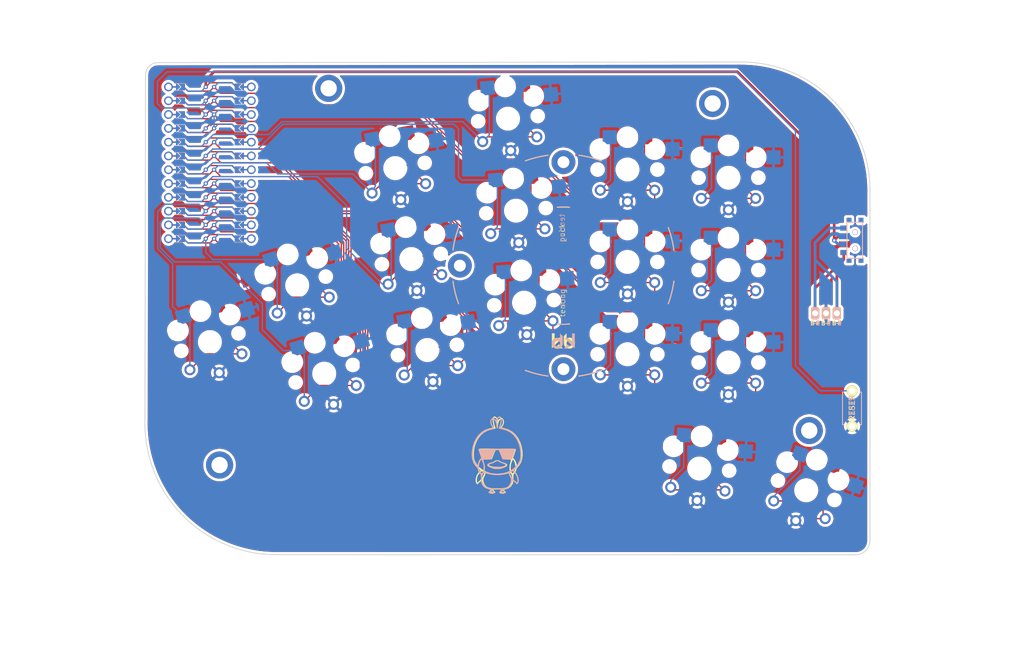
<source format=kicad_pcb>
(kicad_pcb (version 20211014) (generator pcbnew)
  (title_block (title "board") (rev "v1.0.0") (company "Unknown"))
  (layers (0 "F.Cu" signal) (31 "B.Cu" signal) (34 "B.Paste" user) (35 "F.Paste" user) (36 "B.SilkS" user "B.Silkscreen") (37 "F.SilkS" user "F.Silkscreen") (38 "B.Mask" user) (39 "F.Mask" user) (44 "Edge.Cuts" user))
  (net 0 "")
  (net 1 "P6")
  (net 2 "GND")
  (net 3 "P5")
  (net 4 "P4")
  (net 5 "P3")
  (net 6 "P2")
  (net 7 "P0")
  (net 8 "P1")
  (net 9 "P18")
  (net 10 "P15")
  (net 11 "P14")
  (net 12 "P16")
  (net 13 "P10")
  (net 14 "P19")
  (net 15 "P20")
  (net 16 "P21")
  (net 17 "P7")
  (net 18 "P8")
  (net 19 "P9")
  (net 20 "RAW")
  (net 21 "RST")
  (net 22 "VCC")
  (net 23 "Braw")
  (footprint "E73:SPDT_C128955" (layer "F.Cu") (at 157.269 -91.658 -90)
    (fp_text reference "T1" hide)
    (fp_text value "" hide)
  )
  (footprint "lib:bat" (layer "F.Cu") (at 151.924 -78.232)
    (fp_text reference "PAD1" hide)
    (fp_text value "" hide)
  )
  (footprint "kbd:ResetSW" (layer "F.Cu") (at 156.718 -60.706 90)
    (fp_text reference "B1" hide)
    (fp_text value "")
  )
  (footprint "Alaa:key" (layer "F.Cu") (at 72.700438 -104.95283 10)
    (fp_text reference "S11" hide)
    (fp_text value "" hide)
  )
  (footprint "Alaa:key" (layer "F.Cu") (at 94.905133 -97.114167 5)
    (fp_text reference "S15" hide)
    (fp_text value "" hide)
  )
  (footprint "Alaa:key" (layer "F.Cu") (at 115.411087 -87.686017)
    (fp_text reference "S21" hide)
    (fp_text value "" hide)
  )
  (footprint "" (layer "F.Cu") (at 40.386 -50.292)
    (fp_text reference "")
    (fp_text value "")
  )
  (footprint "Alaa:key" (layer "F.Cu") (at 133.985 -103.178)
    (fp_text reference "S29" hide)
    (fp_text value "" hide)
  )
  (footprint "" (layer "F.Cu") (at 131.064 -116.84)
    (fp_text reference "")
    (fp_text value "")
  )
  (footprint "LOGO" (layer "F.Cu") (at 91.44 -50.8)
    (fp_text reference "G***" hide)
    (fp_text value "LOGO" hide)
  )
  (footprint "Alaa:key" (layer "F.Cu") (at 148.283233 -45.648142 -19)
    (fp_text reference "S33" hide)
    (fp_text value "" hide)
  )
  (footprint "Alaa:key" (layer "F.Cu") (at 78.604476 -71.469366 10)
    (fp_text reference "S7" hide)
    (fp_text value "" hide)
  )
  (footprint "E73:SPDT_C128955" (layer "F.Cu") (at 157.269 -91.658 -90)
    (fp_text reference "T2" hide)
    (fp_text value "" hide)
  )
  (footprint "Alaa:key" (layer "F.Cu") (at 38.599617 -72.921745 17)
    (fp_text reference "S1" hide)
    (fp_text value "" hide)
  )
  (footprint "Alaa:key" (layer "F.Cu") (at 54.663006 -83.366197 17)
    (fp_text reference "S5" hide)
    (fp_text value "" hide)
  )
  (footprint "Alaa:key" (layer "F.Cu") (at 133.985 -86.178)
    (fp_text reference "S27" hide)
    (fp_text value "" hide)
  )
  (footprint "Alaa:key" (layer "F.Cu") (at 75.652457 -88.211098 10)
    (fp_text reference "S9" hide)
    (fp_text value "" hide)
  )
  (footprint "" (layer "F.Cu") (at 60.452 -119.634)
    (fp_text reference "")
    (fp_text value "")
  )
  (footprint "Alaa:key" (layer "F.Cu") (at 96.386781 -80.178857 5)
    (fp_text reference "S13" hide)
    (fp_text value "" hide)
  )
  (footprint "Alaa:key" (layer "F.Cu") (at 93.423486 -114.049477 5)
    (fp_text reference "S17" hide)
    (fp_text value "" hide)
  )
  (footprint "kbd:Tenting_Puck2" (layer "F.Cu") (at 103.632 -86.995)
    (fp_text reference "REF**")
    (fp_text value "Tenting Puck")
  )
  (footprint "Alaa:key" (layer "F.Cu") (at 128.62109 -49.648451 -4)
    (fp_text reference "S31" hide)
    (fp_text value "" hide)
  )
  (footprint "Alaa:key" (layer "F.Cu") (at 59.633325 -67.109016 17)
    (fp_text reference "S3" hide)
    (fp_text value "" hide)
  )
  (footprint "Alaa:key" (layer "F.Cu") (at 115.411087 -104.686017)
    (fp_text reference "S23" hide)
    (fp_text value "" hide)
  )
  (footprint "" (layer "F.Cu") (at 148.844 -56.642)
    (fp_text reference "")
    (fp_text value "")
  )
  (footprint "Alaa:key" (layer "F.Cu") (at 133.985 -69.178)
    (fp_text reference "S25" hide)
    (fp_text value "" hide)
  )
  (footprint "Alaa:key" (layer "F.Cu") (at 115.411087 -70.686017)
    (fp_text reference "S19" hide)
    (fp_text value "" hide)
  )
  (footprint "LOGO" (layer "B.Cu") (at 91.44 -50.8 180)
    (fp_text reference "G***" hide)
    (fp_text value "LOGO" hide)
  )
  (footprint "ProMicro" (layer "B.Cu") (at 38.608 -105.918 -90)
    (fp_text reference "")
    (fp_text value "")
  )
  (gr_line (start 136.378 -124.477905) (end 29.048446 -124.367554) (layer "Edge.Cuts") (width 0.15))
  (gr_line (start 26.67 -58.928) (end 26.762446 -122.081554) (layer "Edge.Cuts") (width 0.15))
  (gr_arc (start 136.378 -124.477905) (mid 153.005122 -117.643705) (end 160.02 -101.092) (layer "Edge.Cuts") (width 0.15))
  (gr_arc (start 26.762446 -122.081554) (mid 27.432001 -123.697999) (end 29.048446 -124.367554) (layer "Edge.Cuts") (width 0.15))
  (gr_arc (start 50.292 -33.794081) (mid 33.209738 -41.406869) (end 26.67 -58.928) (layer "Edge.Cuts") (width 0.15))
  (gr_arc (start 160.00102 -36.322) (mid 159.230194 -34.525146) (end 157.426728 -33.769919) (layer "Edge.Cuts") (width 0.15))
  (gr_line (start 160.00102 -36.322) (end 160.02 -101.092) (layer "Edge.Cuts") (width 0.15))
  (gr_line (start 157.426728 -33.769919) (end 50.292 -33.794081) (layer "Edge.Cuts") (width 0.15))
  (segment (start 118.536566 -76.486496) (end 118.536566 -68.760538) (width 0.25) (layer "F.Cu") (net 1))
  (segment (start 67.64256 -67.868594) (end 73.906114 -61.60504) (width 0.25) (layer "F.Cu") (net 1))
  (segment (start 63.672973 -83.522181) (end 64.008 -83.187154) (width 0.25) (layer "F.Cu") (net 1))
  (segment (start 64.008 -83.187151) (end 67.64256 -79.552591) (width 0.25) (layer "F.Cu") (net 1))
  (segment (start 119.77104 -61.60504) (end 120.411087 -62.245087) (width 0.25) (layer "F.Cu") (net 1))
  (segment (start 40.494511 -98.443489) (end 56.747639 -98.443489) (width 0.25) (layer "F.Cu") (net 1))
  (segment (start 120.411087 -62.245087) (end 120.411087 -66.886017) (width 0.25) (layer "F.Cu") (net 1))
  (segment (start 73.906114 -61.60504) (end 119.77104 -61.60504) (width 0.25) (layer "F.Cu") (net 1))
  (segment (start 118.536566 -68.760538) (end 120.411087 -66.886017) (width 0.25) (layer "F.Cu") (net 1))
  (segment (start 118.686087 -76.636017) (end 118.536566 -76.486496) (width 0.25) (layer "F.Cu") (net 1))
  (segment (start 39.37 -99.568) (end 40.494511 -98.443489) (width 0.25) (layer "F.Cu") (net 1))
  (segment (start 64.008 -83.187154) (end 64.008 -83.187151) (width 0.25) (layer "F.Cu") (net 1))
  (segment (start 56.747639 -98.443489) (end 63.672973 -91.518155) (width 0.25) (layer "F.Cu") (net 1))
  (segment (start 67.64256 -79.552591) (end 67.64256 -67.868594) (width 0.25) (layer "F.Cu") (net 1))
  (segment (start 63.672973 -91.518155) (end 63.672973 -83.522181) (width 0.25) (layer "F.Cu") (net 1))
  (segment (start 120.411087 -66.886017) (end 110.411087 -66.886017) (width 0.25) (layer "F.Cu") (net 1))
  (segment (start 112.285608 -77.029475) (end 112.285608 -68.760538) (width 0.25) (layer "B.Cu") (net 1))
  (segment (start 112.285608 -68.760538) (end 110.411087 -66.886017) (width 0.25) (layer "B.Cu") (net 1))
  (segment (start 63.899973 -112.884027) (end 63.899973 -107.20892) (width 0.25) (layer "F.Cu") (net 2))
  (segment (start 39.37 -114.808) (end 40.64 -113.538) (width 0.25) (layer "F.Cu") (net 2))
  (segment (start 50.499075 -113.538) (end 52.531075 -115.57) (width 0.25) (layer "F.Cu") (net 2))
  (segment (start 52.531075 -115.57) (end 61.214 -115.57) (width 0.25) (layer "F.Cu") (net 2))
  (segment (start 61.214 -115.57) (end 63.899973 -112.884027) (width 0.25) (layer "F.Cu") (net 2))
  (segment (start 40.64 -113.538) (end 50.499075 -113.538) (width 0.25) (layer "F.Cu") (net 2))
  (segment (start 37.846 -116.332) (end 39.37 -114.808) (width 0.25) (layer "B.Cu") (net 2))
  (segment (start 37.846 -117.348) (end 37.846 -116.332) (width 0.25) (layer "B.Cu") (net 2))
  (segment (start 39.37 -114.808) (end 39.37 -112.268) (width 0.25) (layer "B.Cu") (net 2))
  (segment (start 85.852 -76.834282) (end 85.852 -70.258959) (width 0.25) (layer "F.Cu") (net 3))
  (segment (start 85.852 -70.258959) (end 84.188378 -68.595337) (width 0.25) (layer "F.Cu") (net 3))
  (segment (start 64.122493 -91.704353) (end 64.122493 -83.708379) (width 0.25) (layer "F.Cu") (net 3))
  (segment (start 80.796515 -71.9872) (end 84.188378 -68.595337) (width 0.25) (layer "F.Cu") (net 3))
  (segment (start 40.64 -100.838) (end 54.988846 -100.838) (width 0.25) (layer "F.Cu") (net 3))
  (segment (start 84.188378 -68.595337) (end 76.076781 -68.595337) (width 0.25) (layer "F.Cu") (net 3))
  (segment (start 80.796515 -77.89767) (end 80.796515 -71.9872) (width 0.25) (layer "F.Cu") (net 3))
  (segment (start 76.076781 -68.595337) (end 74.3403 -66.858856) (width 0.25) (layer "F.Cu") (net 3))
  (segment (start 82.617802 -80.06848) (end 85.852 -76.834282) (width 0.25) (layer "F.Cu") (net 3))
  (segment (start 54.988846 -100.838) (end 64.122493 -91.704353) (width 0.25) (layer "F.Cu") (net 3))
  (segment (start 64.122493 -83.708379) (end 67.762393 -80.06848) (width 0.25) (layer "F.Cu") (net 3))
  (segment (start 67.762393 -80.06848) (end 82.617802 -80.06848) (width 0.25) (layer "F.Cu") (net 3))
  (segment (start 39.37 -102.108) (end 40.64 -100.838) (width 0.25) (layer "F.Cu") (net 3))
  (segment (start 74.346024 -76.760274) (end 74.903778 -76.20252) (width 0.25) (layer "B.Cu") (net 3))
  (segment (start 74.903778 -76.20252) (end 74.903778 -67.422334) (width 0.25) (layer "B.Cu") (net 3))
  (segment (start 92.608557 -76.829096) (end 91.736999 -75.957538) (width 0.25) (layer "F.Cu") (net 4))
  (segment (start 100.584 -72.39) (end 101.698946 -73.504946) (width 0.25) (layer "F.Cu") (net 4))
  (segment (start 101.698946 -76.829096) (end 99.130742 -79.3973) (width 0.25) (layer "F.Cu") (net 4))
  (segment (start 99.130742 -79.3973) (end 99.130742 -86.391651) (width 0.25) (layer "F.Cu") (net 4))
  (segment (start 101.698946 -73.504946) (end 101.698946 -76.829096) (width 0.25) (layer "F.Cu") (net 4))
  (segment (start 67.94859 -80.518) (end 82.804 -80.518) (width 0.25) (layer "F.Cu") (net 4))
  (segment (start 39.37 -104.648) (end 40.64 -103.378) (width 0.25) (layer "F.Cu") (net 4))
  (segment (start 40.64 -103.378) (end 53.084564 -103.378) (width 0.25) (layer "F.Cu") (net 4))
  (segment (start 53.084564 -103.378) (end 64.572013 -91.890551) (width 0.25) (layer "F.Cu") (net 4))
  (segment (start 101.698946 -76.829096) (end 92.608557 -76.829096) (width 0.25) (layer "F.Cu") (net 4))
  (segment (start 64.572013 -83.894577) (end 67.94859 -80.518) (width 0.25) (layer "F.Cu") (net 4))
  (segment (start 64.572013 -91.890551) (end 64.572013 -83.894577) (width 0.25) (layer "F.Cu") (net 4))
  (segment (start 90.932 -72.39) (end 100.584 -72.39) (width 0.25) (layer "F.Cu") (net 4))
  (segment (start 82.804 -80.518) (end 90.932 -72.39) (width 0.25) (layer "F.Cu") (net 4))
  (segment (start 92.605667 -85.82078) (end 92.953494 -85.472953) (width 0.25) (layer "B.Cu") (net 4))
  (segment (start 92.953494 -77.174033) (end 91.736999 -75.957538) (width 0.25) (layer "B.Cu") (net 4))
  (segment (start 92.953494 -85.472953) (end 92.953494 -77.174033) (width 0.25) (layer "B.Cu") (net 4))
  (segment (start 40.64 -105.918) (end 51.180282 -105.918) (width 0.25) (layer "F.Cu") (net 5))
  (segment (start 135.117538 -78.510538) (end 138.985 -82.378) (width 0.25) (layer "F.Cu") (net 5))
  (segment (start 137.110479 -84.252521) (end 137.110479 -91.978479) (width 0.25) (layer "F.Cu") (net 5))
  (segment (start 39.37 -107.188) (end 40.64 -105.918) (width 0.25) (layer "F.Cu") (net 5))
  (segment (start 51.180282 -105.918) (end 60.519802 -96.57848) (width 0.25) (layer "F.Cu") (net 5))
  (segment (start 138.985 -82.378) (end 137.110479 -84.252521) (width 0.25) (layer "F.Cu") (net 5))
  (segment (start 137.110479 -91.978479) (end 137.26 -92.128) (width 0.25) (layer "F.Cu") (net 5))
  (segment (start 101.6 -88.646) (end 111.735462 -78.510538) (width 0.25) (layer "F.Cu") (net 5))
  (segment (start 60.519802 -96.57848) (end 81.72952 -96.57848) (width 0.25) (layer "F.Cu") (net 5))
  (segment (start 81.72952 -96.57848) (end 89.662 -88.646) (width 0.25) (layer "F.Cu") (net 5))
  (segment (start 111.735462 -78.510538) (end 135.117538 -78.510538) (width 0.25) (layer "F.Cu") (net 5))
  (segment (start 128.985 -82.378) (end 138.985 -82.378) (width 0.25) (layer "F.Cu") (net 5))
  (segment (start 89.662 -88.646) (end 101.6 -88.646) (width 0.25) (layer "F.Cu") (net 5))
  (segment (start 130.71 -92.128) (end 130.859521 -91.978479) (width 0.25) (layer "B.Cu") (net 5))
  (segment (start 130.859521 -91.978479) (end 130.859521 -84.252521) (width 0.25) (layer "B.Cu") (net 5))
  (segment (start 130.859521 -84.252521) (end 128.985 -82.378) (width 0.25) (layer "B.Cu") (net 5))
  (segment (start 118.536566 -85.760538) (end 120.411087 -83.886017) (width 0.25) (layer "F.Cu") (net 6))
  (segment (start 110.411087 -83.886017) (end 120.411087 -83.886017) (width 0.25) (layer "F.Cu") (net 6))
  (segment (start 118.536566 -93.486496) (end 118.536566 -85.760538) (width 0.25) (layer "F.Cu") (net 6))
  (segment (start 49.276 -108.458) (end 60.706 -97.028) (width 0.25) (layer "F.Cu") (net 6))
  (segment (start 89.848198 -89.09552) (end 101.786198 -89.09552) (width 0.25) (layer "F.Cu") (net 6))
  (segment (start 120.411087 -80.787087) (end 120.411087 -83.886017) (width 0.25) (layer "F.Cu") (net 6))
  (segment (start 118.686087 -93.636017) (end 118.536566 -93.486496) (width 0.25) (layer "F.Cu") (net 6))
  (segment (start 40.64 -108.458) (end 49.276 -108.458) (width 0.25) (layer "F.Cu") (net 6))
  (segment (start 118.584058 -78.960058) (end 120.411087 -80.787087) (width 0.25) (layer "F.Cu") (net 6))
  (segment (start 101.786198 -89.09552) (end 111.92166 -78.960058) (width 0.25) (layer "F.Cu") (net 6))
  (segment (start 39.37 -109.728) (end 40.64 -108.458) (width 0.25) (layer "F.Cu") (net 6))
  (segment (start 111.92166 -78.960058) (end 118.584058 -78.960058) (width 0.25) (layer "F.Cu") (net 6))
  (segment (start 60.706 -97.028) (end 81.915718 -97.028) (width 0.25) (layer "F.Cu") (net 6))
  (segment (start 81.915718 -97.028) (end 89.848198 -89.09552) (width 0.25) (layer "F.Cu") (net 6))
  (segment (start 112.285608 -94.029475) (end 112.285608 -85.760538) (width 0.25) (layer "B.Cu") (net 6))
  (segment (start 112.285608 -85.760538) (end 110.411087 -83.886017) (width 0.25) (layer "B.Cu") (net 6))
  (segment (start 137.110479 -101.252521) (end 137.110479 -108.978479) (width 0.25) (layer "F.Cu") (net 7))
  (segment (start 39.37 -117.348) (end 40.64 -116.078) (width 0.25) (layer "F.Cu") (net 7))
  (segment (start 98.806 -106.172) (end 109.374877 -95.603123) (width 0.25) (layer "F.Cu") (net 7))
  (segment (start 128.985 -99.378) (end 138.985 -99.378) (width 0.25) (layer "F.Cu") (net 7))
  (segment (start 137.110479 -108.978479) (end 137.26 -109.128) (width 0.25) (layer "F.Cu") (net 7))
  (segment (start 138.985 -99.378) (end 137.110479 -101.252521) (width 0.25) (layer "F.Cu") (net 7))
  (segment (start 86.106 -106.172) (end 98.806 -106.172) (width 0.25) (layer "F.Cu") (net 7))
  (segment (start 109.374877 -95.603123) (end 135.210123 -95.603123) (width 0.25) (layer "F.Cu") (net 7))
  (segment (start 40.64 -116.078) (end 76.2 -116.078) (width 0.25) (layer "F.Cu") (net 7))
  (segment (start 76.2 -116.078) (end 86.106 -106.172) (width 0.25) (layer "F.Cu") (net 7))
  (segment (start 135.210123 -95.603123) (end 138.985 -99.378) (width 0.25) (layer "F.Cu") (net 7))
  (segment (start 130.859521 -101.252521) (end 128.985 -99.378) (width 0.25) (layer "B.Cu") (net 7))
  (segment (start 130.71 -109.128) (end 130.859521 -108.978479) (width 0.25) (layer "B.Cu") (net 7))
  (segment (start 130.859521 -108.978479) (end 130.859521 -101.252521) (width 0.25) (layer "B.Cu") (net 7))
  (segment (start 109.561075 -96.052643) (end 118.404643 -96.052643) (width 0.25) (layer "F.Cu") (net 8))
  (segment (start 118.536566 -110.486496) (end 118.536566 -102.760538) (width 0.25) (layer "F.Cu") (net 8))
  (segment (start 39.37 -119.888) (end 40.538189 -118.719811) (width 0.25) (layer "F.Cu") (net 8))
  (segment (start 98.992198 -106.62152) (end 109.561075 -96.052643) (width 0.25) (layer "F.Cu") (net 8))
  (segment (start 120.411087 -98.059087) (end 120.411087 -100.886017) (width 0.25) (layer "F.Cu") (net 8))
  (segment (start 120.411087 -100.886017) (end 110.411087 -100.886017) (width 0.25) (layer "F.Cu") (net 8))
  (segment (start 40.538189 -118.719811) (end 50.190189 -118.719811) (width 0.25) (layer "F.Cu") (net 8))
  (segment (start 118.686087 -110.636017) (end 118.536566 -110.486496) (width 0.25) (layer "F.Cu") (net 8))
  (segment (start 52.324 -116.586) (end 76.327718 -116.586) (width 0.25) (layer "F.Cu") (net 8))
  (segment (start 50.190189 -118.719811) (end 52.324 -116.586) (width 0.25) (layer "F.Cu") (net 8))
  (segment (start 86.292198 -106.62152) (end 98.992198 -106.62152) (width 0.25) (layer "F.Cu") (net 8))
  (segment (start 76.327718 -116.586) (end 86.292198 -106.62152) (width 0.25) (layer "F.Cu") (net 8))
  (segment (start 118.404643 -96.052643) (end 120.411087 -98.059087) (width 0.25) (layer "F.Cu") (net 8))
  (segment (start 118.536566 -102.760538) (end 120.411087 -100.886017) (width 0.25) (layer "F.Cu") (net 8))
  (segment (start 112.285608 -102.760538) (end 110.411087 -100.886017) (width 0.25) (layer "B.Cu") (net 8))
  (segment (start 112.285608 -111.029475) (end 112.285608 -102.760538) (width 0.25) (layer "B.Cu") (net 8))
  (segment (start 77.844496 -88.728932) (end 81.236359 -85.337069) (width 0.25) (layer "F.Cu") (net 9))
  (segment (start 77.844496 -94.639402) (end 77.844496 -88.728932) (width 0.25) (layer "F.Cu") (net 9))
  (segment (start 81.236359 -85.337069) (end 73.124762 -85.337069) (width 0.25) (layer "F.Cu") (net 9))
  (segment (start 73.124762 -85.337069) (end 71.388281 -83.600588) (width 0.25) (layer "F.Cu") (net 9))
  (segment (start 71.951759 -84.164066) (end 71.388281 -83.600588) (width 0.25) (layer "B.Cu") (net 9))
  (segment (start 39.126568 -103.388568) (end 58.409432 -103.388568) (width 0.25) (layer "B.Cu") (net 9))
  (segment (start 71.951759 -92.944252) (end 71.951759 -84.164066) (width 0.25) (layer "B.Cu") (net 9))
  (segment (start 37.846 -102.108) (end 39.126568 -103.388568) (width 0.25) (layer "B.Cu") (net 9))
  (segment (start 70.323412 -83.600588) (end 71.388281 -83.600588) (width 0.25) (layer "B.Cu") (net 9))
  (segment (start 63.754 -90.17) (end 70.323412 -83.600588) (width 0.25) (layer "B.Cu") (net 9))
  (segment (start 58.409432 -103.388568) (end 63.754 -98.044) (width 0.25) (layer "B.Cu") (net 9))
  (segment (start 71.394005 -93.502006) (end 71.951759 -92.944252) (width 0.25) (layer "B.Cu") (net 9))
  (segment (start 63.754 -98.044) (end 63.754 -90.17) (width 0.25) (layer "B.Cu") (net 9))
  (segment (start 37.852823 -70.749645) (end 34.929106 -67.825928) (width 0.25) (layer "F.Cu") (net 11))
  (segment (start 44.492153 -70.749645) (end 37.852823 -70.749645) (width 0.25) (layer "F.Cu") (net 11))
  (segment (start 39.991903 -79.569276) (end 39.991903 -75.249895) (width 0.25) (layer "F.Cu") (net 11))
  (segment (start 39.991903 -75.249895) (end 44.492153 -70.749645) (width 0.25) (layer "F.Cu") (net 11))
  (segment (start 31.75 -79.47019) (end 31.75 -87.374564) (width 0.25) (layer "B.Cu") (net 11))
  (segment (start 36.576 -98.298) (end 37.846 -97.028) (width 0.25) (layer "B.Cu") (net 11))
  (segment (start 29.01448 -96.977969) (end 30.334511 -98.298) (width 0.25) (layer "B.Cu") (net 11))
  (segment (start 34.929106 -76.453241) (end 33.728106 -77.654241) (width 0.25) (layer "B.Cu") (net 11))
  (segment (start 34.929106 -67.825928) (end 34.929106 -76.453241) (width 0.25) (layer "B.Cu") (net 11))
  (segment (start 31.75 -87.374564) (end 29.01448 -90.110084) (width 0.25) (layer "B.Cu") (net 11))
  (segment (start 33.199433 -78.020757) (end 31.75 -79.47019) (width 0.25) (layer "B.Cu") (net 11))
  (segment (start 30.334511 -98.298) (end 36.576 -98.298) (width 0.25) (layer "B.Cu") (net 11))
  (segment (start 29.01448 -90.110084) (end 29.01448 -96.977969) (width 0.25) (layer "B.Cu") (net 11))
  (segment (start 61.025611 -69.437166) (end 65.525861 -64.936916) (width 0.25) (layer "F.Cu") (net 12))
  (segment (start 65.525861 -64.936916) (end 58.886531 -64.936916) (width 0.25) (layer "F.Cu") (net 12))
  (segment (start 58.886531 -64.936916) (end 55.962814 -62.013199) (width 0.25) (layer "F.Cu") (net 12))
  (segment (start 61.025611 -73.756547) (end 61.025611 -69.437166) (width 0.25) (layer "F.Cu") (net 12))
  (segment (start 40.590374 -87.679626) (end 32.080656 -87.679626) (width 0.25) (layer "B.Cu") (net 12))
  (segment (start 36.576 -95.758) (end 37.846 -94.488) (width 0.25) (layer "B.Cu") (net 12))
  (segment (start 54.233141 -71.358455) (end 52.085545 -71.358455) (width 0.25) (layer "B.Cu") (net 12))
  (segment (start 30.226 -95.758) (end 36.576 -95.758) (width 0.25) (layer "B.Cu") (net 12))
  (segment (start 55.962814 -62.013199) (end 55.962814 -70.640512) (width 0.25) (layer "B.Cu") (net 12))
  (segment (start 29.464 -94.996) (end 30.226 -95.758) (width 0.25) (layer "B.Cu") (net 12))
  (segment (start 32.080656 -87.679626) (end 29.464 -90.296282) (width 0.25) (layer "B.Cu") (net 12))
  (segment (start 48.26 -75.184) (end 48.26 -80.01) (width 0.25) (layer "B.Cu") (net 12))
  (segment (start 52.085545 -71.358455) (end 48.26 -75.184) (width 0.25) (layer "B.Cu") (net 12))
  (segment (start 55.962814 -70.640512) (end 54.761814 -71.841512) (width 0.25) (layer "B.Cu") (net 12))
  (segment (start 29.464 -90.296282) (end 29.464 -94.996) (width 0.25) (layer "B.Cu") (net 12))
  (segment (start 48.26 -80.01) (end 40.590374 -87.679626) (width 0.25) (layer "B.Cu") (net 12))
  (segment (start 60.555542 -81.194097) (end 53.916212 -81.194097) (width 0.25) (layer "F.Cu") (net 13))
  (segment (start 56.055292 -90.013728) (end 56.055292 -85.694347) (width 0.25) (layer "F.Cu") (net 13))
  (segment (start 53.916212 -81.194097) (end 50.992495 -78.27038) (width 0.25) (layer "F.Cu") (net 13))
  (segment (start 56.055292 -85.694347) (end 60.555542 -81.194097) (width 0.25) (layer "F.Cu") (net 13))
  (segment (start 49.262822 -87.615636) (end 48.749312 -88.129146) (width 0.25) (layer "B.Cu") (net 13))
  (segment (start 50.992495 -86.897693) (end 49.791495 -88.098693) (width 0.25) (layer "B.Cu") (net 13))
  (segment (start 39.124854 -88.129146) (end 37.846 -89.408) (width 0.25) (layer "B.Cu") (net 13))
  (segment (start 50.992495 -78.27038) (end 50.992495 -86.897693) (width 0.25) (layer "B.Cu") (net 13))
  (segment (start 48.749312 -88.129146) (end 39.124854 -88.129146) (width 0.25) (layer "B.Cu") (net 13))
  (segment (start 37.846 -89.408) (end 37.846 -91.948) (width 0.25) (layer "B.Cu") (net 13))
  (segment (start 70.172743 -102.078801) (end 68.436262 -100.34232) (width 0.25) (layer "F.Cu") (net 14))
  (segment (start 74.892477 -111.381134) (end 74.892477 -105.470664) (width 0.25) (layer "F.Cu") (net 14))
  (segment (start 78.28434 -102.078801) (end 70.172743 -102.078801) (width 0.25) (layer "F.Cu") (net 14))
  (segment (start 74.892477 -105.470664) (end 78.28434 -102.078801) (width 0.25) (layer "F.Cu") (net 14))
  (segment (start 51.070276 -103.869724) (end 64.908858 -103.869724) (width 0.25) (layer "B.Cu") (net 14))
  (segment (start 49.022 -105.918) (end 51.070276 -103.869724) (width 0.25) (layer "B.Cu") (net 14))
  (segment (start 39.116 -105.918) (end 49.022 -105.918) (width 0.25) (layer "B.Cu") (net 14))
  (segment (start 67.847017 -110.243738) (end 69.044359 -109.046396) (width 0.25) (layer "B.Cu") (net 14))
  (segment (start 64.908858 -103.869724) (end 68.436262 -100.34232) (width 0.25) (layer "B.Cu") (net 14))
  (segment (start 37.846 -104.648) (end 39.116 -105.918) (width 0.25) (layer "B.Cu") (net 14))
  (segment (start 69.044359 -101.545386) (end 67.841293 -100.34232) (width 0.25) (layer "B.Cu") (net 14))
  (segment (start 69.044359 -109.046396) (end 69.044359 -101.545386) (width 0.25) (layer "B.Cu") (net 14))
  (segment (start 100.217298 -93.764406) (end 91.126909 -93.764406) (width 0.25) (layer "F.Cu") (net 15))
  (segment (start 97.649094 -96.33261) (end 100.217298 -93.764406) (width 0.25) (layer "F.Cu") (net 15))
  (segment (start 97.649094 -103.326961) (end 97.649094 -96.33261) (width 0.25) (layer "F.Cu") (net 15))
  (segment (start 91.126909 -93.764406) (end 90.255351 -92.892848) (width 0.25) (layer "F.Cu") (net 15))
  (segment (start 84.94991 -102.75609) (end 91.124019 -102.75609) (width 0.25) (layer "B.Cu") (net 15))
  (segment (start 47.429021 -108.459761) (end 51.99926 -113.03) (width 0.25) (layer "B.Cu") (net 15))
  (segment (start 91.471846 -94.109343) (end 90.255351 -92.892848) (width 0.25) (layer "B.Cu") (net 15))
  (segment (start 91.471846 -102.408263) (end 91.471846 -94.109343) (width 0.25) (layer "B.Cu") (net 15))
  (segment (start 84.328 -103.378) (end 84.94991 -102.75609) (width 0.25) (layer "B.Cu") (net 15))
  (segment (start 84.328 -112.204141) (end 84.328 -103.378) (width 0.25) (layer "B.Cu") (net 15))
  (segment (start 39.117761 -108.459761) (end 47.429021 -108.459761) (width 0.25) (layer "B.Cu") (net 15))
  (segment (start 51.99926 -113.03) (end 83.502141 -113.03) (width 0.25) (layer "B.Cu") (net 15))
  (segment (start 37.846 -107.188) (end 39.117761 -108.459761) (width 0.25) (layer "B.Cu") (net 15))
  (segment (start 83.502141 -113.03) (end 84.328 -112.204141) (width 0.25) (layer "B.Cu") (net 15))
  (segment (start 91.124019 -102.75609) (end 91.471846 -102.408263) (width 0.25) (layer "B.Cu") (net 15))
  (segment (start 96.167447 -120.262271) (end 96.167447 -113.26792) (width 0.25) (layer "F.Cu") (net 16))
  (segment (start 89.645262 -110.699716) (end 88.773704 -109.828158) (width 0.25) (layer "F.Cu") (net 16))
  (segment (start 98.735651 -110.699716) (end 89.645262 -110.699716) (width 0.25) (layer "F.Cu") (net 16))
  (segment (start 96.167447 -113.26792) (end 98.735651 -110.699716) (width 0.25) (layer "F.Cu") (net 16))
  (segment (start 37.846 -109.728) (end 39.261489 -111.143489) (width 0.25) (layer "B.Cu") (net 16))
  (segment (start 49.477031 -111.143489) (end 51.813062 -113.47952) (width 0.25) (layer "B.Cu") (net 16))
  (segment (start 51.813062 -113.47952) (end 85.122342 -113.47952) (width 0.25) (layer "B.Cu") (net 16))
  (segment (start 89.990199 -111.044653) (end 88.773704 -109.828158) (width 0.25) (layer "B.Cu") (net 16))
  (segment (start 89.990199 -119.343573) (end 89.990199 -111.044653) (width 0.25) (layer "B.Cu") (net 16))
  (segment (start 39.261489 -111.143489) (end 49.477031 -111.143489) (width 0.25) (layer "B.Cu") (net 16))
  (segment (start 85.122342 -113.47952) (end 88.773704 -109.828158) (width 0.25) (layer "B.Cu") (net 16))
  (segment (start 89.642372 -119.6914) (end 89.990199 -119.343573) (width 0.25) (layer "B.Cu") (net 16))
  (segment (start 63.223453 -83.335983) (end 67.19304 -79.366394) (width 0.25) (layer "F.Cu") (net 17))
  (segment (start 40.64 -95.758) (end 58.79741 -95.758) (width 0.25) (layer "F.Cu") (net 17))
  (segment (start 138.37152 -61.15552) (end 138.985 -61.769) (width 0.25) (layer "F.Cu") (net 17))
  (segment (start 67.19304 -79.366394) (end 67.19304 -67.682396) (width 0.25) (layer "F.Cu") (net 17))
  (segment (start 73.719916 -61.15552) (end 138.37152 -61.15552) (width 0.25) (layer "F.Cu") (net 17))
  (segment (start 39.37 -97.028) (end 40.64 -95.758) (width 0.25) (layer "F.Cu") (net 17))
  (segment (start 138.985 -65.378) (end 128.985 -65.378) (width 0.25) (layer "F.Cu") (net 17))
  (segment (start 137.110479 -74.978479) (end 137.26 -75.128) (width 0.25) (layer "F.Cu") (net 17))
  (segment (start 137.110479 -67.252521) (end 137.110479 -74.978479) (width 0.25) (layer "F.Cu") (net 17))
  (segment (start 58.79741 -95.758) (end 63.223453 -91.331957) (width 0.25) (layer "F.Cu") (net 17))
  (segment (start 67.19304 -67.682396) (end 73.719916 -61.15552) (width 0.25) (layer "F.Cu") (net 17))
  (segment (start 138.985 -61.769) (end 138.985 -65.378) (width 0.25) (layer "F.Cu") (net 17))
  (segment (start 63.223453 -91.331957) (end 63.223453 -83.335983) (width 0.25) (layer "F.Cu") (net 17))
  (segment (start 138.985 -65.378) (end 137.110479 -67.252521) (width 0.25) (layer "F.Cu") (net 17))
  (segment (start 130.859521 -74.978479) (end 130.859521 -67.252521) (width 0.25) (layer "B.Cu") (net 17))
  (segment (start 130.859521 -67.252521) (end 128.985 -65.378) (width 0.25) (layer "B.Cu") (net 17))
  (segment (start 130.71 -75.128) (end 130.859521 -74.978479) (width 0.25) (layer "B.Cu") (net 17))
  (segment (start 149.056669 -40.427331) (end 145.800988 -43.683012) (width 0.25) (layer "F.Cu") (net 18))
  (segment (start 153.316936 -60.043064) (end 153.316936 -50.207741) (width 0.25) (layer "F.Cu") (net 18))
  (segment (start 152.654 -60.706) (end 153.316936 -60.043064) (width 0.25) (layer "F.Cu") (net 18))
  (segment (start 66.74352 -67.496198) (end 73.533718 -60.706) (width 0.25) (layer "F.Cu") (net 18))
  (segment (start 153.316937 -50.207742) (end 151.384 -48.274805) (width 0.25) (layer "F.Cu") (net 18))
  (segment (start 60.701692 -93.218) (end 62.773933 -91.145759) (width 0.25) (layer "F.Cu") (net 18))
  (segment (start 62.773933 -83.149785) (end 66.74352 -79.180197) (width 0.25) (layer "F.Cu") (net 18))
  (segment (start 62.773933 -91.145759) (end 62.773933 -83.149785) (width 0.25) (layer "F.Cu") (net 18))
  (segment (start 151.773667 -40.427331) (end 149.056669 -40.427331) (width 0.25) (layer "F.Cu") (net 18))
  (segment (start 73.533718 -60.706) (end 152.654 -60.706) (width 0.25) (layer "F.Cu") (net 18))
  (segment (start 39.37 -94.488) (end 40.64 -93.218) (width 0.25) (layer "F.Cu") (net 18))
  (segment (start 151.384 -40.816998) (end 151.773667 -40.427331) (width 0.25) (layer "F.Cu") (net 18))
  (segment (start 66.74352 -79.180197) (end 66.74352 -67.496198) (width 0.25) (layer "F.Cu") (net 18))
  (segment (start 151.384 -48.274805) (end 151.384 -40.816998) (width 0.25) (layer "F.Cu") (net 18))
  (segment (start 145.800988 -43.683012) (end 142.318482 -43.683012) (width 0.25) (layer "F.Cu") (net 18))
  (segment (start 40.64 -93.218) (end 60.701692 -93.218) (width 0.25) (layer "F.Cu") (net 18))
  (segment (start 147.123791 -49.333791) (end 142.318482 -44.528482) (width 0.25) (layer "B.Cu") (net 18))
  (segment (start 142.318482 -44.528482) (end 142.318482 -43.683012) (width 0.25) (layer "B.Cu") (net 18))
  (segment (start 147.123791 -52.340212) (end 147.123791 -49.333791) (width 0.25) (layer "B.Cu") (net 18))
  (segment (start 66.294 -67.31) (end 66.294 -78.994) (width 0.25) (layer "F.Cu") (net 19))
  (segment (start 62.324413 -90.959561) (end 60.573974 -92.71) (width 0.25) (layer "F.Cu") (net 19))
  (segment (start 131.76752 -60.25648) (end 73.347521 -60.25648) (width 0.25) (layer "F.Cu") (net 19))
  (segment (start 73.347521 -60.25648) (end 66.294 -67.31) (width 0.25) (layer "F.Cu") (net 19))
  (segment (start 133.132761 -45.72) (end 123.854685 -45.72) (width 0.25) (layer "F.Cu") (net 19))
  (segment (start 50.546 -92.71) (end 48.006 -90.17) (width 0.25) (layer "F.Cu") (net 19))
  (segment (start 132.303162 -55.355504) (end 132.303162 -59.720838) (width 0.25) (layer "F.Cu") (net 19))
  (segment (start 60.573974 -92.71) (end 50.546 -92.71) (width 0.25) (layer "F.Cu") (net 19))
  (segment (start 41.148 -90.17) (end 39.37 -91.948) (width 0.25) (layer "F.Cu") (net 19))
  (segment (start 131.318 -54.370342) (end 131.318 -47.534761) (width 0.25) (layer "F.Cu") (net 19))
  (segment (start 133.343836 -45.508925) (end 133.132761 -45.72) (width 0.25) (layer "F.Cu") (net 19))
  (segment (start 132.303162 -55.355504) (end 131.318 -54.370342) (width 0.25) (layer "F.Cu") (net 19))
  (segment (start 131.318 -47.534761) (end 133.343836 -45.508925) (width 0.25) (layer "F.Cu") (net 19))
  (segment (start 48.006 -90.17) (end 41.148 -90.17) (width 0.25) (layer "F.Cu") (net 19))
  (segment (start 123.854685 -45.72) (end 123.368196 -46.206489) (width 0.25) (layer "F.Cu") (net 19))
  (segment (start 132.303162 -59.720838) (end 131.76752 -60.25648) (width 0.25) (layer "F.Cu") (net 19))
  (segment (start 62.324413 -82.963587) (end 62.324413 -90.959561) (width 0.25) (layer "F.Cu") (net 19))
  (segment (start 66.294 -78.994) (end 62.324413 -82.963587) (width 0.25) (layer "F.Cu") (net 19))
  (segment (start 125.769119 -54.514809) (end 125.769377 -54.514551) (width 0.25) (layer "B.Cu") (net 19))
  (segment (start 125.769119 -52.961387) (end 125.769119 -49.860643) (width 0.25) (layer "B.Cu") (net 19))
  (segment (start 125.769119 -49.860643) (end 123.368196 -47.45972) (width 0.25) (layer "B.Cu") (net 19))
  (segment (start 125.769119 -55.812409) (end 125.769119 -54.514809) (width 0.25) (layer "B.Cu") (net 19))
  (segment (start 125.769377 -54.514551) (end 125.769377 -52.961645) (width 0.25) (layer "B.Cu") (net 19))
  (segment (start 125.769377 -52.961645) (end 125.769119 -52.961387) (width 0.25) (layer "B.Cu") (net 19))
  (segment (start 123.368196 -47.45972) (end 123.368196 -46.206489) (width 0.25) (layer "B.Cu") (net 19))
  (segment (start 37.846 -119.888) (end 37.846 -121.158) (width 0.5) (layer "F.Cu") (net 20))
  (segment (start 154.192196 -92.408) (end 153.430113 -91.645917) (width 0.5) (layer "F.Cu") (net 20))
  (segment (start 155.194 -92.408) (end 154.192196 -92.408) (width 0.5) (layer "F.Cu") (net 20))
  (segment (start 37.846 -121.158) (end 39.37 -122.682) (width 0.5) (layer "F.Cu") (net 20))
  (segment (start 39.37 -122.682) (end 135.636 -122.682) (width 0.5) (layer "F.Cu") (net 20))
  (segment (start 135.636 -122.682) (end 153.430113 -104.887887) (width 0.5) (layer "F.Cu") (net 20))
  (segment (start 153.430113 -104.887887) (end 153.430113 -91.645917) (width 0.5) (layer "F.Cu") (net 20))
  (via (at 153.430113 -91.645917) (size 0.8) (drill 0.4) (layers "F.Cu" "B.Cu") (net 20))
  (segment (start 153.430113 -91.645917) (end 154.16803 -90.908) (width 0.5) (layer "B.Cu") (net 20))
  (segment (start 154.16803 -90.908) (end 155.194 -90.908) (width 0.5) (layer "B.Cu") (net 20))
  (segment (start 36.637228 -116.016772) (end 37.846 -114.808) (width 0.25) (layer "B.Cu") (net 21))
  (segment (start 28.956 -120.904) (end 28.956 -116.84) (width 0.25) (layer "B.Cu") (net 21))
  (segment (start 150.928 -63.956) (end 146.304 -68.58) (width 0.25) (layer "B.Cu") (net 21))
  (segment (start 135.40194 -122.66206) (end 30.71406 -122.66206) (width 0.25) (layer "B.Cu") (net 21))
  (segment (start 146.304 -111.76) (end 135.40194 -122.66206) (width 0.25) (layer "B.Cu") (net 21))
  (segment (start 156.718 -63.956) (end 150.928 -63.956) (width 0.25) (layer "B.Cu") (net 21))
  (segment (start 28.956 -116.84) (end 29.779228 -116.016772) (width 0.25) (layer "B.Cu") (net 21))
  (segment (start 146.304 -68.58) (end 146.304 -111.76) (width 0.25) (layer "B.Cu") (net 21))
  (segment (start 29.779228 -116.016772) (end 36.637228 -116.016772) (width 0.25) (layer "B.Cu") (net 21))
  (segment (start 30.71406 -122.66206) (end 28.956 -120.904) (width 0.25) (layer "B.Cu") (net 21))
  (segment (start 155.194 -88.138) (end 149.924 -82.868) (width 0.5) (layer "F.Cu") (net 23))
  (segment (start 153.924 -86.868) (end 153.924 -78.232) (width 0.5) (layer "F.Cu") (net 23))
  (segment (start 155.194 -88.138) (end 153.924 -86.868) (width 0.5) (layer "F.Cu") (net 23))
  (segment (start 149.924 -82.868) (end 149.924 -78.232) (width 0.5) (layer "F.Cu") (net 23))
  (segment (start 155.194 -89.408) (end 155.194 -88.138) (width 0.5) (layer "F.Cu") (net 23))
  (segment (start 149.924 -91.25) (end 149.924 -78.232) (width 0.5) (layer "B.Cu") (net 23))
  (segment (start 152.582 -93.908) (end 149.924 -91.25) (width 0.5) (layer "B.Cu") (net 23))
  (segment (start 155.194 -93.908) (end 152.571941 -93.908) (width 0.5) (layer "B.Cu") (net 23))
  (segment (start 152.571941 -93.908) (end 149.92313 -91.259189) (width 0.5) (layer "B.Cu") (net 23))
  (segment (start 153.924 -84.074) (end 153.924 -78.232) (width 0.5) (layer "B.Cu") (net 23))
  (segment (start 155.194 -93.908) (end 152.582 -93.908) (width 0.5) (layer "B.Cu") (net 23))
  (segment (start 149.92313 -88.07487) (end 153.924 -84.074) (width 0.5) (layer "B.Cu") (net 23))
  (segment (start 149.92313 -91.259189) (end 149.92313 -88.07487) (width 0.5) (layer "B.Cu") (net 23))
  (zone (net 2) (net_name "GND") (layers F&B.Cu) (connect_pads (clearance 0.508)) (min_thickness 0.254) (fill yes (thermal_gap 0.508) (thermal_bridge_width 0.508) (island_removal_mode 1) (island_area_min 0))
    (polygon (pts (xy 184.658 -135.128) (xy 188.341 -13.2842) (xy 1.524 -15.494) (xy 0 -134.62) (xy 88.265 -135.89)))
  )
)
</source>
